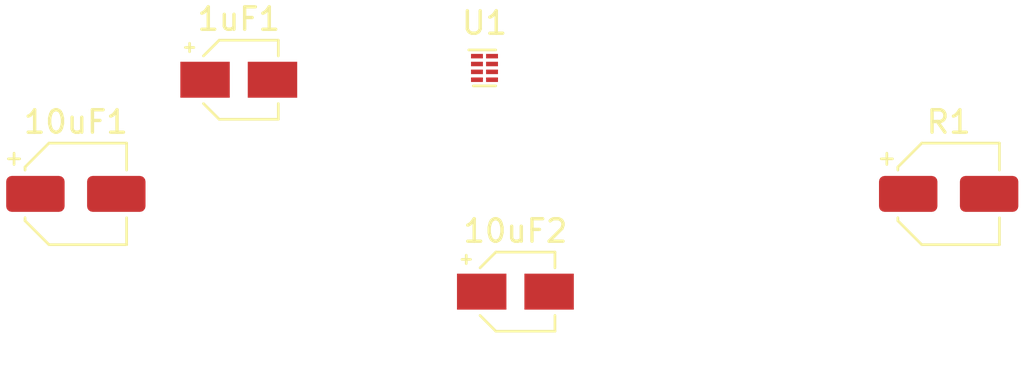
<source format=kicad_pcb>
(kicad_pcb (version 20211014) (generator pcbnew)
  (layers (0 "F.Cu" signal) (31 "B.Cu" signal) (34 "B.Paste" user) (35 "F.Paste" user) (36 "B.SilkS" user "B.Silkscreen") (37 "F.SilkS" user "F.Silkscreen") (38 "B.Mask" user) (39 "F.Mask" user) (44 "Edge.Cuts" user))
  (net 0 "")
  (net 1 "Net-(1uF1-Pad1)")
  (net 3 "/IN")
  (net 4 "Net-(10uF1-Pad2)")
  (net 5 "Net-(10uF2-Pad1)")
  (net 6 "Net-(10uF2-Pad2)")
  (net 7 "GND")
  (footprint "Package_SON:X2SON-8_1.4x1mm_P0.35mm" (layer "F.Cu") (at 93.645 55.355)
    (fp_text reference "U1" (at 0 -2) (layer "F.SilkS"))
    (fp_text value "LM386")
    (fp_line (start 0.5 -0.8) (end -0.7 -0.8) (layer "F.SilkS") (width 0.12))
    (fp_line (start 0.5 0.8) (end -0.5 0.8) (layer "F.SilkS") (width 0.12))
    (pad "1" smd rect (at -0.335 -0.525 270) (size 0.2 0.53) (layers "F.Cu" "F.Paste" "F.Mask") (net 5 "Net-(10uF2-Pad1)"))
    (pad "2" smd rect (at -0.335 -0.175 270) (size 0.2 0.53) (layers "F.Cu" "F.Paste" "F.Mask") (net 7 "GND"))
    (pad "3" smd rect (at -0.335 0.175 270) (size 0.2 0.53) (layers "F.Cu" "F.Paste" "F.Mask") (net 4 "Net-(10uF1-Pad2)"))
    (pad "4" smd rect (at -0.335 0.525 270) (size 0.2 0.53) (layers "F.Cu" "F.Paste" "F.Mask") (net 7 "GND"))
    (pad "5" smd rect (at 0.335 0.525 270) (size 0.2 0.53) (layers "F.Cu" "F.Paste" "F.Mask") (net 1 "Net-(1uF1-Pad1)"))
    (pad "6" smd rect (at 0.335 0.175 270) (size 0.2 0.53) (layers "F.Cu" "F.Paste" "F.Mask"))
    (pad "7" smd rect (at 0.335 -0.175 270) (size 0.2 0.53) (layers "F.Cu" "F.Paste" "F.Mask"))
    (pad "8" smd rect (at 0.335 -0.525 270) (size 0.2 0.53) (layers "F.Cu" "F.Paste" "F.Mask") (net 6 "Net-(10uF2-Pad2)"))
  )
  (footprint "Capacitor_SMD:CP_Elec_3x5.3" (layer "F.Cu") (at 95.02 65.31)
    (fp_text reference "10uF2" (at 0 -2.7) (layer "F.SilkS"))
    (fp_text value "C1")
    (fp_line (start -2.375 -1.435) (end -2 -1.435) (layer "F.SilkS") (width 0.12))
    (fp_line (start -1.570563 1.06) (end -0.870563 1.76) (layer "F.SilkS") (width 0.12))
    (fp_line (start -0.870563 1.76) (end 1.76 1.76) (layer "F.SilkS") (width 0.12))
    (fp_line (start 1.76 -1.76) (end 1.76 -1.06) (layer "F.SilkS") (width 0.12))
    (fp_line (start 1.76 1.76) (end 1.76 1.06) (layer "F.SilkS") (width 0.12))
    (fp_line (start -0.870563 -1.76) (end 1.76 -1.76) (layer "F.SilkS") (width 0.12))
    (fp_line (start -1.570563 -1.06) (end -0.870563 -1.76) (layer "F.SilkS") (width 0.12))
    (fp_line (start -2.1875 -1.6225) (end -2.1875 -1.2475) (layer "F.SilkS") (width 0.12))
    (pad "1" smd rect (at -1.5 0) (size 2.2 1.6) (layers "F.Cu" "F.Paste" "F.Mask") (net 5 "Net-(10uF2-Pad1)"))
    (pad "2" smd rect (at 1.5 0) (size 2.2 1.6) (layers "F.Cu" "F.Paste" "F.Mask") (net 6 "Net-(10uF2-Pad2)"))
  )
  (footprint "Capacitor_SMD:CP_Elec_4x5.8" (layer "F.Cu") (at 114.3 60.96)
    (fp_text reference "R1" (at 0 -3.2) (layer "F.SilkS"))
    (fp_text value "R_Small")
    (fp_line (start 2.26 2.26) (end 2.26 1.06) (layer "F.SilkS") (width 0.12))
    (fp_line (start -2.26 1.195563) (end -1.195563 2.26) (layer "F.SilkS") (width 0.12))
    (fp_line (start -2.26 -1.195563) (end -1.195563 -2.26) (layer "F.SilkS") (width 0.12))
    (fp_line (start -1.195563 2.26) (end 2.26 2.26) (layer "F.SilkS") (width 0.12))
    (fp_line (start -2.26 -1.195563) (end -2.26 -1.06) (layer "F.SilkS") (width 0.12))
    (fp_line (start -3 -1.56) (end -2.5 -1.56) (layer "F.SilkS") (width 0.12))
    (fp_line (start -1.195563 -2.26) (end 2.26 -2.26) (layer "F.SilkS") (width 0.12))
    (fp_line (start -2.75 -1.81) (end -2.75 -1.31) (layer "F.SilkS") (width 0.12))
    (fp_line (start -2.26 1.195563) (end -2.26 1.06) (layer "F.SilkS") (width 0.12))
    (fp_line (start 2.26 -2.26) (end 2.26 -1.06) (layer "F.SilkS") (width 0.12))
    (pad "1" smd roundrect (at -1.8 0) (size 2.6 1.6) (layers "F.Cu" "F.Paste" "F.Mask") (roundrect_rratio 0.15625) (net 4 "Net-(10uF1-Pad2)"))
    (pad "2" smd roundrect (at 1.8 0) (size 2.6 1.6) (layers "F.Cu" "F.Paste" "F.Mask") (roundrect_rratio 0.15625) (net 7 "GND"))
  )
  (footprint "Capacitor_SMD:CP_Elec_3x5.3" (layer "F.Cu") (at 82.71 55.88)
    (fp_text reference "1uF1" (at 0 -2.7) (layer "F.SilkS"))
    (fp_text value "C3")
    (fp_line (start -0.870563 -1.76) (end 1.76 -1.76) (layer "F.SilkS") (width 0.12))
    (fp_line (start -0.870563 1.76) (end 1.76 1.76) (layer "F.SilkS") (width 0.12))
    (fp_line (start -2.375 -1.435) (end -2 -1.435) (layer "F.SilkS") (width 0.12))
    (fp_line (start 1.76 1.76) (end 1.76 1.06) (layer "F.SilkS") (width 0.12))
    (fp_line (start 1.76 -1.76) (end 1.76 -1.06) (layer "F.SilkS") (width 0.12))
    (fp_line (start -1.570563 1.06) (end -0.870563 1.76) (layer "F.SilkS") (width 0.12))
    (fp_line (start -1.570563 -1.06) (end -0.870563 -1.76) (layer "F.SilkS") (width 0.12))
    (fp_line (start -2.1875 -1.6225) (end -2.1875 -1.2475) (layer "F.SilkS") (width 0.12))
    (pad "1" smd rect (at -1.5 0) (size 2.2 1.6) (layers "F.Cu" "F.Paste" "F.Mask") (net 1 "Net-(1uF1-Pad1)"))
    (pad "2" smd rect (at 1.5 0) (size 2.2 1.6) (layers "F.Cu" "F.Paste" "F.Mask"))
  )
  (footprint "Capacitor_SMD:CP_Elec_4x5.7" (layer "F.Cu") (at 75.46 60.96)
    (fp_text reference "10uF1" (at 0 -3.2) (layer "F.SilkS"))
    (fp_text value "C1")
    (fp_line (start -3 -1.56) (end -2.5 -1.56) (layer "F.SilkS") (width 0.12))
    (fp_line (start -1.195563 -2.26) (end 2.26 -2.26) (layer "F.SilkS") (width 0.12))
    (fp_line (start -2.26 -1.195563) (end -2.26 -1.06) (layer "F.SilkS") (width 0.12))
    (fp_line (start -2.75 -1.81) (end -2.75 -1.31) (layer "F.SilkS") (width 0.12))
    (fp_line (start -2.26 1.195563) (end -1.195563 2.26) (layer "F.SilkS") (width 0.12))
    (fp_line (start 2.26 -2.26) (end 2.26 -1.06) (layer "F.SilkS") (width 0.12))
    (fp_line (start -1.195563 2.26) (end 2.26 2.26) (layer "F.SilkS") (width 0.12))
    (fp_line (start -2.26 -1.195563) (end -1.195563 -2.26) (layer "F.SilkS") (width 0.12))
    (fp_line (start -2.26 1.195563) (end -2.26 1.06) (layer "F.SilkS") (width 0.12))
    (fp_line (start 2.26 2.26) (end 2.26 1.06) (layer "F.SilkS") (width 0.12))
    (pad "1" smd roundrect (at -1.8 0) (size 2.6 1.6) (layers "F.Cu" "F.Paste" "F.Mask") (roundrect_rratio 0.15625) (net 3 "/IN"))
    (pad "2" smd roundrect (at 1.8 0) (size 2.6 1.6) (layers "F.Cu" "F.Paste" "F.Mask") (roundrect_rratio 0.15625) (net 4 "Net-(10uF1-Pad2)"))
  )
)
</source>
